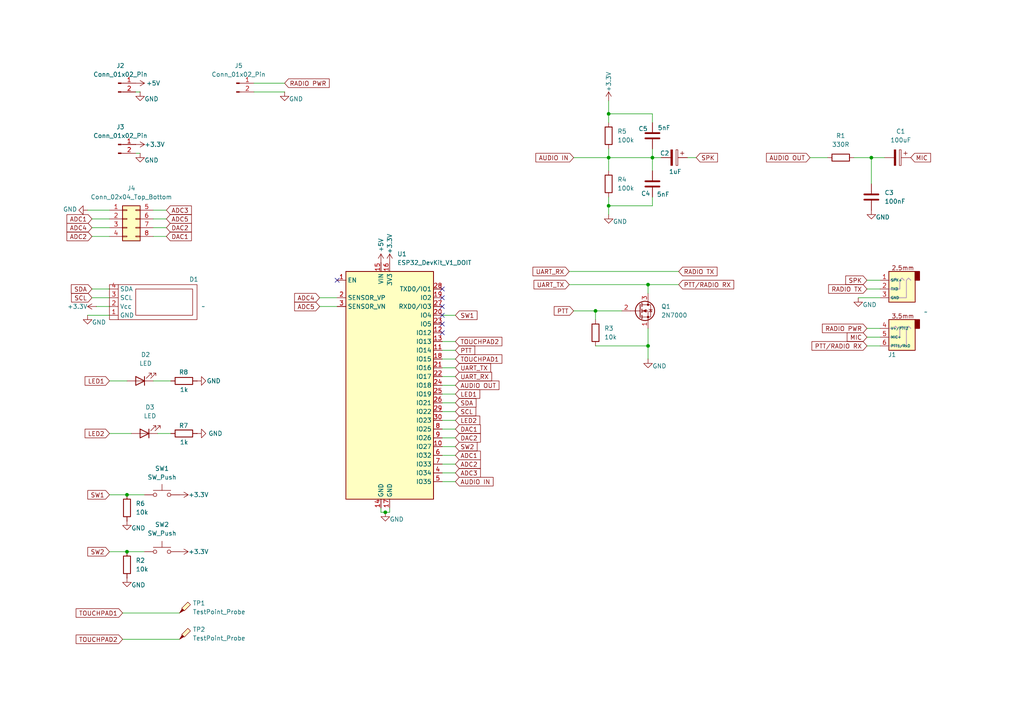
<source format=kicad_sch>
(kicad_sch (version 20231120) (generator "eeschema") (generator_version "8.0")
  (paper "A4")
  (lib_symbols
    (symbol "Connector:Conn_01x02_Pin" (pin_names (offset 1.016) hide)
      (property "Reference" "J" (at 0 2.54 0))
      (property "Value" "Conn_01x02_Pin" (at 0 -5.08 0))
      (symbol "Conn_01x02_Pin_1_1"
        (polyline (pts (xy 1.27 -2.54) (xy 0.8636 -2.54)) (stroke (width 0.1524)))
        (polyline (pts (xy 1.27 0) (xy 0.8636 0)) (stroke (width 0.1524)))
        (rectangle (start 0.8636 -2.413) (end 0 -2.667) (stroke (width 0.1524)) (fill (type outline)))
        (rectangle (start 0.8636 0.127) (end 0 -0.127) (stroke (width 0.1524)) (fill (type outline)))
        (pin passive line (at 5.08 0 180) (length 3.81) (name "Pin_1") (number "1"))
        (pin passive line (at 5.08 -2.54 180) (length 3.81) (name "Pin_2") (number "2"))
      )
    )
    (symbol "Connector:TestPoint_Probe" (pin_numbers hide) (pin_names (offset 0.762) hide)
      (property "Reference" "TP" (at 1.651 5.842 0))
      (property "Value" "TestPoint_Probe" (at 1.651 4.064 0))
      (symbol "TestPoint_Probe_0_1"
        (polyline (pts (xy 1.27 0.762) (xy 0 0) (xy 0.762 1.27) (xy 1.27 0.762)) (fill (type outline)))
        (polyline (pts (xy 1.397 0.635) (xy 0.635 1.397) (xy 2.413 3.175) (xy 3.175 2.413) (xy 1.397 0.635)) (fill (type background)))
      )
      (symbol "TestPoint_Probe_1_1"
        (pin passive line (at 0 0 90) (length 0) (name "1") (number "1"))
      )
    )
    (symbol "Connector_Generic:Conn_02x04_Top_Bottom" (pin_names (offset 1.016) hide)
      (property "Reference" "J" (at 1.27 5.08 0))
      (property "Value" "Conn_02x04_Top_Bottom" (at 1.27 -7.62 0))
      (symbol "Conn_02x04_Top_Bottom_1_1"
        (rectangle (start -1.27 -4.953) (end 0 -5.207) (stroke (width 0.1524)))
        (rectangle (start -1.27 -2.413) (end 0 -2.667) (stroke (width 0.1524)))
        (rectangle (start -1.27 0.127) (end 0 -0.127) (stroke (width 0.1524)))
        (rectangle (start -1.27 2.667) (end 0 2.413) (stroke (width 0.1524)))
        (rectangle (start -1.27 3.81) (end 3.81 -6.35) (stroke (width 0.254)) (fill (type background)))
        (rectangle (start 3.81 -4.953) (end 2.54 -5.207) (stroke (width 0.1524)))
        (rectangle (start 3.81 -2.413) (end 2.54 -2.667) (stroke (width 0.1524)))
        (rectangle (start 3.81 0.127) (end 2.54 -0.127) (stroke (width 0.1524)))
        (rectangle (start 3.81 2.667) (end 2.54 2.413) (stroke (width 0.1524)))
        (pin passive line (at -5.08 2.54 0) (length 3.81) (name "Pin_1") (number "1"))
        (pin passive line (at -5.08 0 0) (length 3.81) (name "Pin_2") (number "2"))
        (pin passive line (at -5.08 -2.54 0) (length 3.81) (name "Pin_3") (number "3"))
        (pin passive line (at -5.08 -5.08 0) (length 3.81) (name "Pin_4") (number "4"))
        (pin passive line (at 7.62 2.54 180) (length 3.81) (name "Pin_5") (number "5"))
        (pin passive line (at 7.62 0 180) (length 3.81) (name "Pin_6") (number "6"))
        (pin passive line (at 7.62 -2.54 180) (length 3.81) (name "Pin_7") (number "7"))
        (pin passive line (at 7.62 -5.08 180) (length 3.81) (name "Pin_8") (number "8"))
      )
    )
    (symbol "Device:C" (pin_numbers hide) (pin_names (offset 0.254))
      (property "Reference" "C" (at 0.635 2.54 0))
      (property "Value" "C" (at 0.635 -2.54 0))
      (symbol "C_0_1"
        (polyline (pts (xy -2.032 -0.762) (xy 2.032 -0.762)) (stroke (width 0.508)))
        (polyline (pts (xy -2.032 0.762) (xy 2.032 0.762)) (stroke (width 0.508)))
      )
      (symbol "C_1_1"
        (pin passive line (at 0 3.81 270) (length 2.794) (name "~") (number "1"))
        (pin passive line (at 0 -3.81 90) (length 2.794) (name "~") (number "2"))
      )
    )
    (symbol "Device:C_Polarized" (pin_numbers hide) (pin_names (offset 0.254))
      (property "Reference" "C" (at 0.635 2.54 0))
      (property "Value" "C_Polarized" (at 0.635 -2.54 0))
      (symbol "C_Polarized_0_1"
        (rectangle (start -2.286 0.508) (end 2.286 1.016))
        (polyline (pts (xy -1.778 2.286) (xy -0.762 2.286)))
        (polyline (pts (xy -1.27 2.794) (xy -1.27 1.778)))
        (rectangle (start 2.286 -0.508) (end -2.286 -1.016) (fill (type outline)))
      )
      (symbol "C_Polarized_1_1"
        (pin passive line (at 0 3.81 270) (length 2.794) (name "~") (number "1"))
        (pin passive line (at 0 -3.81 90) (length 2.794) (name "~") (number "2"))
      )
    )
    (symbol "Device:LED" (pin_numbers hide) (pin_names (offset 1.016) hide)
      (property "Reference" "D" (at 0 2.54 0))
      (property "Value" "LED" (at 0 -2.54 0))
      (symbol "LED_0_1"
        (polyline (pts (xy -1.27 -1.27) (xy -1.27 1.27)) (stroke (width 0.254)))
        (polyline (pts (xy -1.27 0) (xy 1.27 0)))
        (polyline (pts (xy 1.27 -1.27) (xy 1.27 1.27) (xy -1.27 0) (xy 1.27 -1.27)) (stroke (width 0.254)))
        (polyline (pts (xy -3.048 -0.762) (xy -4.572 -2.286) (xy -3.81 -2.286) (xy -4.572 -2.286) (xy -4.572 -1.524)))
        (polyline (pts (xy -1.778 -0.762) (xy -3.302 -2.286) (xy -2.54 -2.286) (xy -3.302 -2.286) (xy -3.302 -1.524)))
      )
      (symbol "LED_1_1"
        (pin passive line (at -3.81 0 0) (length 2.54) (name "K") (number "1"))
        (pin passive line (at 3.81 0 180) (length 2.54) (name "A") (number "2"))
      )
    )
    (symbol "Device:R" (pin_numbers hide) (pin_names (offset 0))
      (property "Reference" "R" (at 2.032 0 90))
      (property "Value" "R" (at 0 0 90))
      (symbol "R_0_1"
        (rectangle (start -1.016 -2.54) (end 1.016 2.54) (stroke (width 0.254)))
      )
      (symbol "R_1_1"
        (pin passive line (at 0 3.81 270) (length 1.27) (name "~") (number "1"))
        (pin passive line (at 0 -3.81 90) (length 1.27) (name "~") (number "2"))
      )
    )
    (symbol "Display_Graphic:OLED-0.91-128x32"
      (property "Reference" "D" (at 9.652 4.826 0))
      (symbol "OLED-0.91-128x32_0_1"
        (rectangle (start -13.97 3.81) (end 11.43 -6.35))
        (rectangle (start -12.7 2.54) (end 3.81 -5.08))
        (polyline (pts (xy 8.89 -3.81) (xy 8.89 -6.35)))
        (polyline (pts (xy 8.89 3.81) (xy 8.89 -3.81)))
      )
      (symbol "OLED-0.91-128x32_1_1"
        (pin power_in line (at 11.43 2.54 180) (length 2.54) (name "GND") (number "1"))
        (pin power_in line (at 11.43 0 180) (length 2.54) (name "Vcc") (number "2"))
        (pin bidirectional line (at 11.43 -2.54 180) (length 2.54) (name "SCL") (number "3"))
        (pin bidirectional line (at 11.43 -5.08 180) (length 2.54) (name "SDA") (number "4"))
      )
    )
    (symbol "Esp32-devkit-doit:ESP32_DevKit_V1_DOIT"
      (property "Reference" "U" (at -11.43 34.29 0))
      (property "Value" "ESP32_DevKit_V1_DOIT" (at 11.43 34.29 0))
      (symbol "ESP32_DevKit_V1_DOIT_1_1"
        (rectangle (start -12.7 33.02) (end 12.7 -33.02) (stroke (width 0.254)) (fill (type background)))
        (pin input line (at -15.24 30.48 0) (length 2.54) (name "EN") (number "1"))
        (pin bidirectional line (at 15.24 -17.78 180) (length 2.54) (name "IO27") (number "10"))
        (pin bidirectional line (at 15.24 10.16 180) (length 2.54) (name "IO14") (number "11"))
        (pin bidirectional line (at 15.24 15.24 180) (length 2.54) (name "IO12") (number "12"))
        (pin bidirectional line (at 15.24 12.7 180) (length 2.54) (name "IO13") (number "13"))
        (pin power_in line (at -2.54 -35.56 90) (length 2.54) (name "GND") (number "14"))
        (pin power_in line (at -2.54 35.56 270) (length 2.54) (name "VIN") (number "15"))
        (pin power_in line (at 0 35.56 270) (length 2.54) (name "3V3") (number "16"))
        (pin power_in line (at 0 -35.56 90) (length 2.54) (name "GND") (number "17"))
        (pin bidirectional line (at 15.24 7.62 180) (length 2.54) (name "IO15") (number "18"))
        (pin bidirectional line (at 15.24 25.4 180) (length 2.54) (name "IO2") (number "19"))
        (pin input line (at -15.24 25.4 0) (length 2.54) (name "SENSOR_VP") (number "2"))
        (pin bidirectional line (at 15.24 20.32 180) (length 2.54) (name "IO4") (number "20"))
        (pin bidirectional line (at 15.24 5.08 180) (length 2.54) (name "IO16") (number "21"))
        (pin bidirectional line (at 15.24 2.54 180) (length 2.54) (name "IO17") (number "22"))
        (pin bidirectional line (at 15.24 17.78 180) (length 2.54) (name "IO5") (number "23"))
        (pin bidirectional line (at 15.24 0 180) (length 2.54) (name "IO18") (number "24"))
        (pin bidirectional line (at 15.24 -2.54 180) (length 2.54) (name "IO19") (number "25"))
        (pin bidirectional line (at 15.24 -5.08 180) (length 2.54) (name "IO21") (number "26"))
        (pin bidirectional line (at 15.24 22.86 180) (length 2.54) (name "RXD0/IO3") (number "27"))
        (pin bidirectional line (at 15.24 27.94 180) (length 2.54) (name "TXD0/IO1") (number "28"))
        (pin bidirectional line (at 15.24 -7.62 180) (length 2.54) (name "IO22") (number "29"))
        (pin input line (at -15.24 22.86 0) (length 2.54) (name "SENSOR_VN") (number "3"))
        (pin bidirectional line (at 15.24 -10.16 180) (length 2.54) (name "IO23") (number "30"))
        (pin input line (at 15.24 -25.4 180) (length 2.54) (name "IO34") (number "4"))
        (pin input line (at 15.24 -27.94 180) (length 2.54) (name "IO35") (number "5"))
        (pin bidirectional line (at 15.24 -20.32 180) (length 2.54) (name "IO32") (number "6"))
        (pin bidirectional line (at 15.24 -22.86 180) (length 2.54) (name "IO33") (number "7"))
        (pin bidirectional line (at 15.24 -12.7 180) (length 2.54) (name "IO25") (number "8"))
        (pin bidirectional line (at 15.24 -15.24 180) (length 2.54) (name "IO26") (number "9"))
      )
    )
    (symbol "Radio Components:Rig_Audio_Connector"
      (property "Reference" "J" (at 0.508 -12.7 0))
      (symbol "Rig_Audio_Connector_0_1"
        (rectangle (start 0 -2.54) (end 7.62 -11.43) (stroke (width 0.254)) (fill (type background)))
        (polyline (pts (xy 2.54 -5.08) (xy 1.905 -4.445) (xy 1.27 -5.08) (xy 0 -5.08)) (stroke (width 0.254) (color 184 153 191 1)))
        (polyline (pts (xy 2.54 8.89) (xy 1.905 9.525) (xy 1.27 8.89) (xy 0 8.89)) (stroke (width 0.254) (color 184 153 191 1)))
        (polyline (pts (xy 0 -10.16) (xy 5.08 -10.16) (xy 5.08 -5.08) (xy 5.715 -4.445) (xy 6.35 -5.08)) (stroke (width 0.254) (color 184 153 191 1)))
        (polyline (pts (xy 4.445 -5.08) (xy 3.81 -4.445) (xy 3.175 -5.08) (xy 3.175 -7.62) (xy 0 -7.62)) (stroke (width 0.254) (color 184 153 191 1)))
        (rectangle (start 0 11.43) (end 7.62 2.54) (stroke (width 0.254)) (fill (type background)))
        (rectangle (start 7.62 -2.54) (end 8.89 -5.08) (stroke (width 0.254)) (fill (type outline)))
        (rectangle (start 7.62 11.43) (end 8.89 8.89) (stroke (width 0.254)) (fill (type outline)))
      )
      (symbol "Rig_Audio_Connector_1_1"
        (polyline (pts (xy 0 3.81) (xy 5.08 3.81) (xy 5.08 8.89) (xy 5.715 9.525) (xy 6.35 8.89)) (stroke (width 0.254) (color 184 153 191 1)))
        (polyline (pts (xy 4.445 8.89) (xy 3.81 9.525) (xy 3.175 8.89) (xy 3.175 6.35) (xy 0 6.35)) (stroke (width 0.254) (color 184 153 191 1)))
        (text "2.5mm" (at 4.064 12.446 0) (effects (font (size 1.27 1.27))))
        (text "3.5mm\n" (at 4.064 -1.524 0) (effects (font (size 1.27 1.27))))
        (pin passive line (at -2.54 8.89 0) (length 2.54) (name "SPK+") (number "1"))
        (pin passive line (at -2.54 6.35 0) (length 2.54) (name "TXD") (number "2"))
        (pin passive line (at -2.54 3.81 0) (length 2.54) (name "GND") (number "3"))
        (pin passive line (at -2.54 -5.08 0) (length 2.54) (name "V+/PTT2") (number "4"))
        (pin passive line (at -2.54 -7.62 0) (length 2.54) (name "MIC+") (number "5"))
        (pin passive line (at -2.54 -10.16 0) (length 2.54) (name "PTT1/RxD") (number "6"))
      )
    )
    (symbol "Switch:SW_Push" (pin_numbers hide) (pin_names (offset 1.016) hide)
      (property "Reference" "SW" (at 1.27 2.54 0))
      (property "Value" "SW_Push" (at 0 -1.524 0))
      (symbol "SW_Push_0_1"
        (circle (center -2.032 0) (radius 0.508))
        (polyline (pts (xy 0 1.27) (xy 0 3.048)))
        (polyline (pts (xy 2.54 1.27) (xy -2.54 1.27)))
        (circle (center 2.032 0) (radius 0.508))
        (pin passive line (at -5.08 0 0) (length 2.54) (name "1") (number "1"))
        (pin passive line (at 5.08 0 180) (length 2.54) (name "2") (number "2"))
      )
    )
    (symbol "Transistor_FET:2N7000" (pin_names hide)
      (property "Reference" "Q" (at 5.08 1.905 0))
      (property "Value" "2N7000" (at 5.08 0 0))
      (symbol "2N7000_0_1"
        (polyline (pts (xy 0.254 0) (xy -2.54 0)))
        (polyline (pts (xy 0.254 1.905) (xy 0.254 -1.905)) (stroke (width 0.254)))
        (polyline (pts (xy 0.762 -1.27) (xy 0.762 -2.286)) (stroke (width 0.254)))
        (polyline (pts (xy 0.762 0.508) (xy 0.762 -0.508)) (stroke (width 0.254)))
        (polyline (pts (xy 0.762 2.286) (xy 0.762 1.27)) (stroke (width 0.254)))
        (polyline (pts (xy 2.54 2.54) (xy 2.54 1.778)))
        (polyline (pts (xy 2.54 -2.54) (xy 2.54 0) (xy 0.762 0)))
        (polyline (pts (xy 0.762 -1.778) (xy 3.302 -1.778) (xy 3.302 1.778) (xy 0.762 1.778)))
        (polyline (pts (xy 1.016 0) (xy 2.032 0.381) (xy 2.032 -0.381) (xy 1.016 0)) (fill (type outline)))
        (polyline (pts (xy 2.794 0.508) (xy 2.921 0.381) (xy 3.683 0.381) (xy 3.81 0.254)))
        (polyline (pts (xy 3.302 0.381) (xy 2.921 -0.254) (xy 3.683 -0.254) (xy 3.302 0.381)))
        (circle (center 1.651 0) (radius 2.794) (stroke (width 0.254)))
        (circle (center 2.54 -1.778) (radius 0.254) (fill (type outline)))
        (circle (center 2.54 1.778) (radius 0.254) (fill (type outline)))
      )
      (symbol "2N7000_1_1"
        (pin passive line (at 2.54 -5.08 90) (length 2.54) (name "S") (number "1"))
        (pin input line (at -5.08 0 0) (length 2.54) (name "G") (number "2"))
        (pin passive line (at 2.54 5.08 270) (length 2.54) (name "D") (number "3"))
      )
    )
    (symbol "power:+3.3V" (power) (pin_numbers hide) (pin_names (offset 0) hide)
      (property "Value" "+3.3V" (at 0 3.556 0))
      (symbol "+3.3V_0_1"
        (polyline (pts (xy -0.762 1.27) (xy 0 2.54)))
        (polyline (pts (xy 0 0) (xy 0 2.54)))
        (polyline (pts (xy 0 2.54) (xy 0.762 1.27)))
      )
      (symbol "+3.3V_1_1"
        (pin power_in line (at 0 0 90) (length 0) (name "~") (number "1"))
      )
    )
    (symbol "power:+5V" (power) (pin_numbers hide) (pin_names (offset 0) hide)
      (property "Value" "+5V" (at 0 3.556 0))
      (symbol "+5V_0_1"
        (polyline (pts (xy -0.762 1.27) (xy 0 2.54)))
        (polyline (pts (xy 0 0) (xy 0 2.54)))
        (polyline (pts (xy 0 2.54) (xy 0.762 1.27)))
      )
      (symbol "+5V_1_1"
        (pin power_in line (at 0 0 90) (length 0) (name "~") (number "1"))
      )
    )
    (symbol "power:GND" (power) (pin_numbers hide) (pin_names (offset 0) hide)
      (property "Value" "GND" (at 0 -3.81 0))
      (symbol "GND_0_1"
        (polyline (pts (xy 0 0) (xy 0 -1.27) (xy 1.27 -1.27) (xy 0 -2.54) (xy -1.27 -1.27) (xy 0 -1.27)))
      )
      (symbol "GND_1_1"
        (pin power_in line (at 0 0 270) (length 0) (name "~") (number "1"))
      )
    )
  )
  (junction (at 176.53 33.02))
  (junction (at 187.96 82.55))
  (junction (at 189.23 45.72))
  (junction (at 187.96 100.33))
  (junction (at 36.83 143.51))
  (junction (at 252.73 45.72))
  (junction (at 111.76 148.59))
  (junction (at 36.83 160.02))
  (junction (at 176.53 45.72))
  (junction (at 172.72 90.17))
  (junction (at 176.53 59.69))
  (no_connect (at 97.79 81.28))
  (no_connect (at 128.27 93.98))
  (no_connect (at 128.27 83.82))
  (no_connect (at 128.27 96.52))
  (no_connect (at 128.27 88.9))
  (no_connect (at 128.27 91.44))
  (no_connect (at 128.27 86.36))
  (wire (pts (xy 41.91 143.51) (xy 36.83 143.51)))
  (wire (pts (xy 128.27 99.06) (xy 132.08 99.06)))
  (wire (pts (xy 128.27 137.16) (xy 132.08 137.16)))
  (wire (pts (xy 251.46 81.28) (xy 255.27 81.28)))
  (wire (pts (xy 44.45 60.96) (xy 48.26 60.96)))
  (wire (pts (xy 27.94 88.9) (xy 31.75 88.9)))
  (wire (pts (xy 110.49 147.32) (xy 110.49 148.59)))
  (wire (pts (xy 73.66 24.13) (xy 82.55 24.13)))
  (wire (pts (xy 39.37 26.67) (xy 40.64 26.67)))
  (wire (pts (xy 92.71 88.9) (xy 97.79 88.9)))
  (wire (pts (xy 48.26 66.04) (xy 44.45 66.04)))
  (wire (pts (xy 128.27 129.54) (xy 132.08 129.54)))
  (wire (pts (xy 128.27 114.3) (xy 132.08 114.3)))
  (wire (pts (xy 31.75 125.73) (xy 38.1 125.73)))
  (wire (pts (xy 176.53 45.72) (xy 189.23 45.72)))
  (wire (pts (xy 26.67 66.04) (xy 31.75 66.04)))
  (wire (pts (xy 92.71 86.36) (xy 97.79 86.36)))
  (wire (pts (xy 128.27 116.84) (xy 132.08 116.84)))
  (wire (pts (xy 128.27 132.08) (xy 132.08 132.08)))
  (wire (pts (xy 166.37 45.72) (xy 176.53 45.72)))
  (wire (pts (xy 26.67 83.82) (xy 31.75 83.82)))
  (wire (pts (xy 251.46 97.79) (xy 255.27 97.79)))
  (wire (pts (xy 187.96 82.55) (xy 187.96 85.09)))
  (wire (pts (xy 251.46 95.25) (xy 255.27 95.25)))
  (wire (pts (xy 44.45 110.49) (xy 49.53 110.49)))
  (wire (pts (xy 39.37 44.45) (xy 40.64 44.45)))
  (wire (pts (xy 113.03 147.32) (xy 113.03 148.59)))
  (wire (pts (xy 252.73 45.72) (xy 252.73 53.34)))
  (wire (pts (xy 128.27 109.22) (xy 132.08 109.22)))
  (wire (pts (xy 25.4 91.44) (xy 31.75 91.44)))
  (wire (pts (xy 252.73 45.72) (xy 256.54 45.72)))
  (wire (pts (xy 113.03 148.59) (xy 111.76 148.59)))
  (wire (pts (xy 176.53 43.18) (xy 176.53 45.72)))
  (wire (pts (xy 128.27 104.14) (xy 132.08 104.14)))
  (wire (pts (xy 35.56 177.8) (xy 52.07 177.8)))
  (wire (pts (xy 172.72 90.17) (xy 172.72 92.71)))
  (wire (pts (xy 189.23 35.56) (xy 189.23 33.02)))
  (wire (pts (xy 187.96 104.14) (xy 187.96 100.33)))
  (wire (pts (xy 176.53 45.72) (xy 176.53 49.53)))
  (wire (pts (xy 247.65 45.72) (xy 252.73 45.72)))
  (wire (pts (xy 45.72 125.73) (xy 49.53 125.73)))
  (wire (pts (xy 128.27 91.44) (xy 132.08 91.44)))
  (wire (pts (xy 189.23 45.72) (xy 191.77 45.72)))
  (wire (pts (xy 176.53 35.56) (xy 176.53 33.02)))
  (wire (pts (xy 176.53 57.15) (xy 176.53 59.69)))
  (wire (pts (xy 165.1 78.74) (xy 196.85 78.74)))
  (wire (pts (xy 234.95 45.72) (xy 240.03 45.72)))
  (wire (pts (xy 128.27 124.46) (xy 132.08 124.46)))
  (wire (pts (xy 128.27 111.76) (xy 132.08 111.76)))
  (wire (pts (xy 36.83 143.51) (xy 31.75 143.51)))
  (wire (pts (xy 128.27 127) (xy 132.08 127)))
  (wire (pts (xy 44.45 63.5) (xy 48.26 63.5)))
  (wire (pts (xy 187.96 82.55) (xy 196.85 82.55)))
  (wire (pts (xy 128.27 121.92) (xy 132.08 121.92)))
  (wire (pts (xy 166.37 90.17) (xy 172.72 90.17)))
  (wire (pts (xy 176.53 59.69) (xy 176.53 62.23)))
  (wire (pts (xy 165.1 82.55) (xy 187.96 82.55)))
  (wire (pts (xy 251.46 100.33) (xy 255.27 100.33)))
  (wire (pts (xy 110.49 148.59) (xy 111.76 148.59)))
  (wire (pts (xy 36.83 160.02) (xy 31.75 160.02)))
  (wire (pts (xy 41.91 160.02) (xy 36.83 160.02)))
  (wire (pts (xy 199.39 45.72) (xy 201.93 45.72)))
  (wire (pts (xy 187.96 100.33) (xy 187.96 95.25)))
  (wire (pts (xy 25.4 60.96) (xy 31.75 60.96)))
  (wire (pts (xy 26.67 68.58) (xy 31.75 68.58)))
  (wire (pts (xy 176.53 29.21) (xy 176.53 33.02)))
  (wire (pts (xy 248.92 86.36) (xy 255.27 86.36)))
  (wire (pts (xy 26.67 63.5) (xy 31.75 63.5)))
  (wire (pts (xy 189.23 33.02) (xy 176.53 33.02)))
  (wire (pts (xy 73.66 26.67) (xy 82.55 26.67)))
  (wire (pts (xy 31.75 110.49) (xy 36.83 110.49)))
  (wire (pts (xy 189.23 43.18) (xy 189.23 45.72)))
  (wire (pts (xy 176.53 59.69) (xy 189.23 59.69)))
  (wire (pts (xy 26.67 86.36) (xy 31.75 86.36)))
  (wire (pts (xy 35.56 185.42) (xy 52.07 185.42)))
  (wire (pts (xy 48.26 68.58) (xy 44.45 68.58)))
  (wire (pts (xy 172.72 90.17) (xy 180.34 90.17)))
  (wire (pts (xy 128.27 134.62) (xy 132.08 134.62)))
  (wire (pts (xy 189.23 45.72) (xy 189.23 49.53)))
  (wire (pts (xy 251.46 83.82) (xy 255.27 83.82)))
  (wire (pts (xy 128.27 119.38) (xy 132.08 119.38)))
  (wire (pts (xy 189.23 59.69) (xy 189.23 57.15)))
  (wire (pts (xy 132.08 139.7) (xy 128.27 139.7)))
  (wire (pts (xy 128.27 106.68) (xy 132.08 106.68)))
  (wire (pts (xy 172.72 100.33) (xy 187.96 100.33)))
  (wire (pts (xy 132.08 101.6) (xy 128.27 101.6)))
  (global_label "ADC4" (shape input) (at 26.67 66.04 180) (property "Intersheetrefs" "${INTERSHEET_REFS}" (effects (hide yes))))
  (global_label "TOUCHPAD2" (shape input) (at 132.08 99.06 0) (property "Intersheetrefs" "${INTERSHEET_REFS}" (effects (hide yes))))
  (global_label "UART_TX" (shape input) (at 132.08 106.68 0) (property "Intersheetrefs" "${INTERSHEET_REFS}" (effects (hide yes))))
  (global_label "UART_RX" (shape input) (at 165.1 78.74 180) (property "Intersheetrefs" "${INTERSHEET_REFS}" (effects (hide yes))))
  (global_label "SPK" (shape input) (at 201.93 45.72 0) (property "Intersheetrefs" "${INTERSHEET_REFS}" (effects (hide yes))))
  (global_label "RADIO PWR" (shape input) (at 251.46 95.25 180) (property "Intersheetrefs" "${INTERSHEET_REFS}" (effects (hide yes))))
  (global_label "DAC2" (shape input) (at 132.08 127 0) (property "Intersheetrefs" "${INTERSHEET_REFS}" (effects (hide yes))))
  (global_label "ADC5" (shape input) (at 92.71 88.9 180) (property "Intersheetrefs" "${INTERSHEET_REFS}" (effects (hide yes))))
  (global_label "SDA" (shape input) (at 132.08 116.84 0) (property "Intersheetrefs" "${INTERSHEET_REFS}" (effects (hide yes))))
  (global_label "DAC1" (shape input) (at 48.26 68.58 0) (property "Intersheetrefs" "${INTERSHEET_REFS}" (effects (hide yes))))
  (global_label "ADC1" (shape input) (at 132.08 132.08 0) (property "Intersheetrefs" "${INTERSHEET_REFS}" (effects (hide yes))))
  (global_label "TOUCHPAD2" (shape input) (at 35.56 185.42 180) (property "Intersheetrefs" "${INTERSHEET_REFS}" (effects (hide yes))))
  (global_label "AUDIO IN" (shape input) (at 132.08 139.7 0) (property "Intersheetrefs" "${INTERSHEET_REFS}" (effects (hide yes))))
  (global_label "UART_TX" (shape input) (at 165.1 82.55 180) (property "Intersheetrefs" "${INTERSHEET_REFS}" (effects (hide yes))))
  (global_label "ADC3" (shape input) (at 132.08 137.16 0) (property "Intersheetrefs" "${INTERSHEET_REFS}" (effects (hide yes))))
  (global_label "ADC5" (shape input) (at 48.26 63.5 0) (property "Intersheetrefs" "${INTERSHEET_REFS}" (effects (hide yes))))
  (global_label "SCL" (shape input) (at 26.67 86.36 180) (property "Intersheetrefs" "${INTERSHEET_REFS}" (effects (hide yes))))
  (global_label "LED1" (shape input) (at 132.08 114.3 0) (property "Intersheetrefs" "${INTERSHEET_REFS}" (effects (hide yes))))
  (global_label "DAC1" (shape input) (at 132.08 124.46 0) (property "Intersheetrefs" "${INTERSHEET_REFS}" (effects (hide yes))))
  (global_label "DAC2" (shape input) (at 48.26 66.04 0) (property "Intersheetrefs" "${INTERSHEET_REFS}" (effects (hide yes))))
  (global_label "SW2" (shape input) (at 132.08 129.54 0) (property "Intersheetrefs" "${INTERSHEET_REFS}" (effects (hide yes))))
  (global_label "ADC2" (shape input) (at 26.67 68.58 180) (property "Intersheetrefs" "${INTERSHEET_REFS}" (effects (hide yes))))
  (global_label "MIC" (shape input) (at 264.16 45.72 0) (property "Intersheetrefs" "${INTERSHEET_REFS}" (effects (hide yes))))
  (global_label "PTT" (shape input) (at 166.37 90.17 180) (property "Intersheetrefs" "${INTERSHEET_REFS}" (effects (hide yes))))
  (global_label "AUDIO OUT" (shape input) (at 132.08 111.76 0) (property "Intersheetrefs" "${INTERSHEET_REFS}" (effects (hide yes))))
  (global_label "PTT{slash}RADIO RX" (shape input) (at 196.85 82.55 0) (property "Intersheetrefs" "${INTERSHEET_REFS}" (effects (hide yes))))
  (global_label "RADIO PWR" (shape input) (at 82.55 24.13 0) (property "Intersheetrefs" "${INTERSHEET_REFS}" (effects (hide yes))))
  (global_label "PTT" (shape input) (at 132.08 101.6 0) (property "Intersheetrefs" "${INTERSHEET_REFS}" (effects (hide yes))))
  (global_label "SW2" (shape input) (at 31.75 160.02 180) (property "Intersheetrefs" "${INTERSHEET_REFS}" (effects (hide yes))))
  (global_label "SCL" (shape input) (at 132.08 119.38 0) (property "Intersheetrefs" "${INTERSHEET_REFS}" (effects (hide yes))))
  (global_label "SPK" (shape input) (at 251.46 81.28 180) (property "Intersheetrefs" "${INTERSHEET_REFS}" (effects (hide yes))))
  (global_label "TOUCHPAD1" (shape input) (at 35.56 177.8 180) (property "Intersheetrefs" "${INTERSHEET_REFS}" (effects (hide yes))))
  (global_label "SW1" (shape input) (at 31.75 143.51 180) (property "Intersheetrefs" "${INTERSHEET_REFS}" (effects (hide yes))))
  (global_label "AUDIO IN" (shape input) (at 166.37 45.72 180) (property "Intersheetrefs" "${INTERSHEET_REFS}" (effects (hide yes))))
  (global_label "SW1" (shape input) (at 132.08 91.44 0) (property "Intersheetrefs" "${INTERSHEET_REFS}" (effects (hide yes))))
  (global_label "SDA" (shape input) (at 26.67 83.82 180) (property "Intersheetrefs" "${INTERSHEET_REFS}" (effects (hide yes))))
  (global_label "MIC" (shape input) (at 251.46 97.79 180) (property "Intersheetrefs" "${INTERSHEET_REFS}" (effects (hide yes))))
  (global_label "UART_RX" (shape input) (at 132.08 109.22 0) (property "Intersheetrefs" "${INTERSHEET_REFS}" (effects (hide yes))))
  (global_label "LED2" (shape input) (at 132.08 121.92 0) (property "Intersheetrefs" "${INTERSHEET_REFS}" (effects (hide yes))))
  (global_label "ADC1" (shape input) (at 26.67 63.5 180) (property "Intersheetrefs" "${INTERSHEET_REFS}" (effects (hide yes))))
  (global_label "TOUCHPAD1" (shape input) (at 132.08 104.14 0) (property "Intersheetrefs" "${INTERSHEET_REFS}" (effects (hide yes))))
  (global_label "PTT{slash}RADIO RX" (shape input) (at 251.46 100.33 180) (property "Intersheetrefs" "${INTERSHEET_REFS}" (effects (hide yes))))
  (global_label "ADC3" (shape input) (at 48.26 60.96 0) (property "Intersheetrefs" "${INTERSHEET_REFS}" (effects (hide yes))))
  (global_label "RADIO TX" (shape input) (at 196.85 78.74 0) (property "Intersheetrefs" "${INTERSHEET_REFS}" (effects (hide yes))))
  (global_label "LED2" (shape input) (at 31.75 125.73 180) (property "Intersheetrefs" "${INTERSHEET_REFS}" (effects (hide yes))))
  (global_label "ADC2" (shape input) (at 132.08 134.62 0) (property "Intersheetrefs" "${INTERSHEET_REFS}" (effects (hide yes))))
  (global_label "AUDIO OUT" (shape input) (at 234.95 45.72 180) (property "Intersheetrefs" "${INTERSHEET_REFS}" (effects (hide yes))))
  (global_label "LED1" (shape input) (at 31.75 110.49 180) (property "Intersheetrefs" "${INTERSHEET_REFS}" (effects (hide yes))))
  (global_label "ADC4" (shape input) (at 92.71 86.36 180) (property "Intersheetrefs" "${INTERSHEET_REFS}" (effects (hide yes))))
  (global_label "RADIO TX" (shape input) (at 251.46 83.82 180) (property "Intersheetrefs" "${INTERSHEET_REFS}" (effects (hide yes))))
  (symbol (lib_id "power:GND") (at 111.76 148.59 0) (unit 1)
    (property "Reference" "#PWR04" (effects (hide yes)))
    (property "Value" "GND" (at 115.062 150.622 0))
    (property "Description" "Power symbol creates a global label with name \"GND\" , ground" (effects (hide yes)))
  )
  (symbol (lib_id "power:GND") (at 252.73 60.96 0) (unit 1)
    (property "Reference" "#PWR018" (effects (hide yes)))
    (property "Value" "GND" (at 256.032 62.992 0))
    (property "Description" "Power symbol creates a global label with name \"GND\" , ground" (effects (hide yes)))
  )
  (symbol (lib_id "Transistor_FET:2N7000") (at 185.42 90.17 0) (unit 1)
    (property "Reference" "Q1" (at 191.77 88.8999 0) (effects (justify left)))
    (property "Value" "2N7000" (at 191.77 91.4399 0) (effects (justify left)))
    (property "Footprint" "Package_TO_SOT_THT:TO-92_Inline" (effects (hide yes)))
    (property "Datasheet" "https://www.vishay.com/docs/70226/70226.pdf" (effects (hide yes)))
    (property "Description" "0.2A Id, 200V Vds, N-Channel MOSFET, 2.6V Logic Level, TO-92" (effects (hide yes)))
  )
  (symbol (lib_id "Radio Components:Rig_Audio_Connector") (at 257.81 90.17 0) (unit 1)
    (property "Reference" "J1" (at 257.556 102.87 0) (effects (justify left)))
    (property "Value" "~" (at 267.97 90.4847 0) (effects (justify left)))
    (property "Footprint" "Radio Connectors:Rig Audio Connector" (effects (hide yes)))
  )
  (symbol (lib_id "Switch:SW_Push") (at 46.99 143.51 0) (unit 1)
    (property "Reference" "SW1" (at 46.99 135.89 0))
    (property "Value" "SW_Push" (at 46.99 138.43 0))
    (property "Footprint" "Button_Switch_THT:SW_PUSH_6mm_H4.3mm" (effects (hide yes)))
    (property "Description" "Push button switch, generic, two pins" (effects (hide yes)))
  )
  (symbol (lib_id "power:GND") (at 36.83 151.13 0) (unit 1)
    (property "Reference" "#PWR015" (effects (hide yes)))
    (property "Value" "GND" (at 40.132 153.162 0))
    (property "Description" "Power symbol creates a global label with name \"GND\" , ground" (effects (hide yes)))
  )
  (symbol (lib_id "Device:LED") (at 40.64 110.49 180) (unit 1)
    (property "Reference" "D2" (at 42.2275 102.87 0))
    (property "Value" "LED" (at 42.2275 105.41 0))
    (property "Footprint" "LED_THT:LED_D3.0mm" (effects (hide yes)))
    (property "Description" "Light emitting diode" (effects (hide yes)))
  )
  (symbol (lib_id "Device:R") (at 243.84 45.72 90) (unit 1)
    (property "Reference" "R1" (at 243.84 39.37 90))
    (property "Value" "330R" (at 243.84 41.91 90))
    (property "Footprint" "Resistor_THT:R_Axial_DIN0309_L9.0mm_D3.2mm_P12.70mm_Horizontal" (effects (hide yes)))
    (property "Description" "Resistor" (effects (hide yes)))
  )
  (symbol (lib_id "Connector:Conn_01x02_Pin") (at 68.58 24.13 0) (unit 1)
    (property "Reference" "J5" (at 69.215 19.05 0))
    (property "Value" "Conn_01x02_Pin" (at 69.215 21.59 0))
    (property "Footprint" "Connector_PinSocket_2.54mm:PinSocket_1x02_P2.54mm_Vertical" (effects (hide yes)))
    (property "Description" "Generic connector, single row, 01x02, script generated" (effects (hide yes)))
  )
  (symbol (lib_id "power:+5V") (at 39.37 24.13 270) (unit 1)
    (property "Reference" "#PWR07" (effects (hide yes)))
    (property "Value" "+5V" (at 44.45 24.13 90))
    (property "Description" "Power symbol creates a global label with name \"+5V\"" (effects (hide yes)))
  )
  (symbol (lib_id "Connector:TestPoint_Probe") (at 52.07 185.42 0) (unit 1)
    (property "Reference" "TP2" (at 55.88 182.5624 0) (effects (justify left)))
    (property "Value" "TestPoint_Probe" (at 55.88 185.1024 0) (effects (justify left)))
    (property "Footprint" "TestPoint:TestPoint_Pad_4.0x4.0mm" (effects (hide yes)))
    (property "Description" "test point (alternative probe-style design)" (effects (hide yes)))
  )
  (symbol (lib_id "Device:R") (at 36.83 163.83 0) (unit 1)
    (property "Reference" "R2" (at 39.37 162.5599 0) (effects (justify left)))
    (property "Value" "10k" (at 39.37 165.0999 0) (effects (justify left)))
    (property "Footprint" "Resistor_THT:R_Axial_DIN0309_L9.0mm_D3.2mm_P12.70mm_Horizontal" (effects (hide yes)))
    (property "Description" "Resistor" (effects (hide yes)))
  )
  (symbol (lib_id "Device:C") (at 189.23 39.37 0) (unit 1)
    (property "Reference" "C5" (at 185.166 37.338 0) (effects (justify left)))
    (property "Value" "5nF" (at 190.754 37.084 0) (effects (justify left)))
    (property "Footprint" "Capacitor_THT:C_Rect_L4.0mm_W2.5mm_P2.50mm" (effects (hide yes)))
    (property "Description" "Unpolarized capacitor" (effects (hide yes)))
  )
  (symbol (lib_id "power:GND") (at 57.15 110.49 90) (unit 1)
    (property "Reference" "#PWR016" (effects (hide yes)))
    (property "Value" "GND" (at 61.976 110.49 90))
    (property "Description" "Power symbol creates a global label with name \"GND\" , ground" (effects (hide yes)))
  )
  (symbol (lib_id "power:+3.3V") (at 27.94 88.9 90) (unit 1)
    (property "Reference" "#PWR03" (effects (hide yes)))
    (property "Value" "+3.3V" (at 25.4 88.9 90) (effects (justify left)))
    (property "Description" "Power symbol creates a global label with name \"+3.3V\"" (effects (hide yes)))
  )
  (symbol (lib_id "power:+3.3V") (at 52.07 160.02 270) (unit 1)
    (property "Reference" "#PWR013" (effects (hide yes)))
    (property "Value" "+3.3V" (at 54.61 160.02 90) (effects (justify left)))
    (property "Description" "Power symbol creates a global label with name \"+3.3V\"" (effects (hide yes)))
  )
  (symbol (lib_id "power:+3.3V") (at 52.07 143.51 270) (unit 1)
    (property "Reference" "#PWR012" (effects (hide yes)))
    (property "Value" "+3.3V" (at 54.61 143.51 90) (effects (justify left)))
    (property "Description" "Power symbol creates a global label with name \"+3.3V\"" (effects (hide yes)))
  )
  (symbol (lib_id "Device:R") (at 53.34 110.49 90) (unit 1)
    (property "Reference" "R8" (at 54.61 107.95 90) (effects (justify left)))
    (property "Value" "1k" (at 54.61 113.03 90) (effects (justify left)))
    (property "Footprint" "Resistor_THT:R_Axial_DIN0309_L9.0mm_D3.2mm_P12.70mm_Horizontal" (effects (hide yes)))
    (property "Description" "Resistor" (effects (hide yes)))
  )
  (symbol (lib_id "Device:C_Polarized") (at 260.35 45.72 270) (unit 1)
    (property "Reference" "C1" (at 261.239 38.1 90))
    (property "Value" "100uF" (at 261.239 40.64 90))
    (property "Footprint" "Capacitor_THT:CP_Radial_D4.0mm_P2.00mm" (effects (hide yes)))
    (property "Description" "Polarized capacitor" (effects (hide yes)))
  )
  (symbol (lib_id "Device:R") (at 176.53 39.37 180) (unit 1)
    (property "Reference" "R5" (at 179.07 38.0999 0) (effects (justify right)))
    (property "Value" "100k" (at 179.07 40.6399 0) (effects (justify right)))
    (property "Footprint" "Resistor_THT:R_Axial_DIN0309_L9.0mm_D3.2mm_P12.70mm_Horizontal" (effects (hide yes)))
    (property "Description" "Resistor" (effects (hide yes)))
  )
  (symbol (lib_id "Connector:Conn_01x02_Pin") (at 34.29 24.13 0) (unit 1)
    (property "Reference" "J2" (at 34.925 19.05 0))
    (property "Value" "Conn_01x02_Pin" (at 34.925 21.59 0))
    (property "Footprint" "Connector_PinSocket_2.54mm:PinSocket_1x02_P2.54mm_Vertical" (effects (hide yes)))
    (property "Description" "Generic connector, single row, 01x02, script generated" (effects (hide yes)))
  )
  (symbol (lib_id "power:+3.3V") (at 176.53 29.21 0) (unit 1)
    (property "Reference" "#PWR021" (effects (hide yes)))
    (property "Value" "+3.3V" (at 176.53 26.67 90) (effects (justify left)))
    (property "Description" "Power symbol creates a global label with name \"+3.3V\"" (effects (hide yes)))
  )
  (symbol (lib_id "Esp32-devkit-doit:ESP32_DevKit_V1_DOIT") (at 113.03 111.76 0) (unit 1)
    (property "Reference" "U1" (at 115.2241 73.66 0) (effects (justify left)))
    (property "Value" "ESP32_DevKit_V1_DOIT" (at 115.2241 76.2 0) (effects (justify left)))
    (property "Footprint" "ESP32-doit:esp32 devkit doit" (effects (hide yes)))
    (property "Datasheet" "https://aliexpress.com/item/32864722159.html" (effects (hide yes)))
    (property "Description" "32-bit microcontroller module with WiFi and Bluetooth" (effects (hide yes)))
  )
  (symbol (lib_id "Device:R") (at 36.83 147.32 0) (unit 1)
    (property "Reference" "R6" (at 39.37 146.0499 0) (effects (justify left)))
    (property "Value" "10k" (at 39.37 148.5899 0) (effects (justify left)))
    (property "Footprint" "Resistor_THT:R_Axial_DIN0309_L9.0mm_D3.2mm_P12.70mm_Horizontal" (effects (hide yes)))
    (property "Description" "Resistor" (effects (hide yes)))
  )
  (symbol (lib_id "power:GND") (at 176.53 62.23 0) (unit 1)
    (property "Reference" "#PWR020" (effects (hide yes)))
    (property "Value" "GND" (at 179.832 64.262 0))
    (property "Description" "Power symbol creates a global label with name \"GND\" , ground" (effects (hide yes)))
  )
  (symbol (lib_id "power:GND") (at 40.64 26.67 0) (unit 1)
    (property "Reference" "#PWR08" (effects (hide yes)))
    (property "Value" "GND" (at 43.942 28.702 0))
    (property "Description" "Power symbol creates a global label with name \"GND\" , ground" (effects (hide yes)))
  )
  (symbol (lib_id "power:GND") (at 57.15 125.73 90) (unit 1)
    (property "Reference" "#PWR017" (effects (hide yes)))
    (property "Value" "GND" (at 62.484 125.73 90))
    (property "Description" "Power symbol creates a global label with name \"GND\" , ground" (effects (hide yes)))
  )
  (symbol (lib_id "Connector_Generic:Conn_02x04_Top_Bottom") (at 36.83 63.5 0) (unit 1)
    (property "Reference" "J4" (at 38.1 54.61 0))
    (property "Value" "Conn_02x04_Top_Bottom" (at 38.1 57.15 0))
    (property "Footprint" "Connector_PinHeader_2.54mm:PinHeader_2x04_P2.54mm_Vertical" (effects (hide yes)))
    (property "Description" "Generic connector, double row, 02x04, top/bottom pin numbering scheme (row 1: 1...pins_per_row, row2: pins_per_row+1 ... num_pins), script generated (kicad-library-utils/schlib/autogen/connector/)" (effects (hide yes)))
  )
  (symbol (lib_id "power:GND") (at 82.55 26.67 0) (unit 1)
    (property "Reference" "#PWR022" (effects (hide yes)))
    (property "Value" "GND" (at 85.852 28.702 0))
    (property "Description" "Power symbol creates a global label with name \"GND\" , ground" (effects (hide yes)))
  )
  (symbol (lib_id "power:GND") (at 36.83 167.64 0) (unit 1)
    (property "Reference" "#PWR014" (effects (hide yes)))
    (property "Value" "GND" (at 40.132 169.672 0))
    (property "Description" "Power symbol creates a global label with name \"GND\" , ground" (effects (hide yes)))
  )
  (symbol (lib_id "Connector:Conn_01x02_Pin") (at 34.29 41.91 0) (unit 1)
    (property "Reference" "J3" (at 34.925 36.83 0))
    (property "Value" "Conn_01x02_Pin" (at 34.925 39.37 0))
    (property "Footprint" "Connector_PinSocket_2.54mm:PinSocket_1x02_P2.54mm_Vertical" (effects (hide yes)))
    (property "Description" "Generic connector, single row, 01x02, script generated" (effects (hide yes)))
  )
  (symbol (lib_id "Device:C_Polarized") (at 195.58 45.72 270) (unit 1)
    (property "Reference" "C2" (at 192.786 44.45 90))
    (property "Value" "1uF" (at 195.834 49.784 90))
    (property "Footprint" "Capacitor_THT:CP_Radial_D4.0mm_P2.00mm" (effects (hide yes)))
    (property "Description" "Polarized capacitor" (effects (hide yes)))
  )
  (symbol (lib_id "power:GND") (at 25.4 60.96 270) (unit 1)
    (property "Reference" "#PWR011" (effects (hide yes)))
    (property "Value" "GND" (at 20.32 60.706 90))
    (property "Description" "Power symbol creates a global label with name \"GND\" , ground" (effects (hide yes)))
  )
  (symbol (lib_id "Device:R") (at 53.34 125.73 90) (unit 1)
    (property "Reference" "R7" (at 54.61 123.444 90) (effects (justify left)))
    (property "Value" "1k" (at 54.61 128.27 90) (effects (justify left)))
    (property "Footprint" "Resistor_THT:R_Axial_DIN0309_L9.0mm_D3.2mm_P12.70mm_Horizontal" (effects (hide yes)))
    (property "Description" "Resistor" (effects (hide yes)))
  )
  (symbol (lib_id "Device:C") (at 189.23 53.34 0) (unit 1)
    (property "Reference" "C4" (at 185.928 56.134 0) (effects (justify left)))
    (property "Value" "5nF" (at 190.5 56.388 0) (effects (justify left)))
    (property "Footprint" "Capacitor_THT:C_Rect_L4.0mm_W2.5mm_P2.50mm" (effects (hide yes)))
    (property "Description" "Unpolarized capacitor" (effects (hide yes)))
  )
  (symbol (lib_id "Device:R") (at 176.53 53.34 180) (unit 1)
    (property "Reference" "R4" (at 179.07 52.0699 0) (effects (justify right)))
    (property "Value" "100k" (at 179.07 54.6099 0) (effects (justify right)))
    (property "Footprint" "Resistor_THT:R_Axial_DIN0309_L9.0mm_D3.2mm_P12.70mm_Horizontal" (effects (hide yes)))
    (property "Description" "Resistor" (effects (hide yes)))
  )
  (symbol (lib_id "power:GND") (at 25.4 91.44 0) (unit 1)
    (property "Reference" "#PWR02" (effects (hide yes)))
    (property "Value" "GND" (at 28.702 93.472 0))
    (property "Description" "Power symbol creates a global label with name \"GND\" , ground" (effects (hide yes)))
  )
  (symbol (lib_id "power:GND") (at 187.96 104.14 0) (unit 1)
    (property "Reference" "#PWR019" (effects (hide yes)))
    (property "Value" "GND" (at 191.262 106.172 0))
    (property "Description" "Power symbol creates a global label with name \"GND\" , ground" (effects (hide yes)))
  )
  (symbol (lib_id "power:GND") (at 248.92 86.36 0) (unit 1)
    (property "Reference" "#PWR01" (effects (hide yes)))
    (property "Value" "GND" (at 252.222 88.392 0))
    (property "Description" "Power symbol creates a global label with name \"GND\" , ground" (effects (hide yes)))
  )
  (symbol (lib_id "power:GND") (at 40.64 44.45 0) (unit 1)
    (property "Reference" "#PWR010" (effects (hide yes)))
    (property "Value" "GND" (at 43.942 46.482 0))
    (property "Description" "Power symbol creates a global label with name \"GND\" , ground" (effects (hide yes)))
  )
  (symbol (lib_id "Switch:SW_Push") (at 46.99 160.02 0) (unit 1)
    (property "Reference" "SW2" (at 46.99 152.146 0))
    (property "Value" "SW_Push" (at 46.99 154.686 0))
    (property "Footprint" "Button_Switch_THT:SW_PUSH_6mm_H4.3mm" (effects (hide yes)))
    (property "Description" "Push button switch, generic, two pins" (effects (hide yes)))
  )
  (symbol (lib_id "power:+3.3V") (at 113.03 76.2 0) (unit 1)
    (property "Reference" "#PWR05" (effects (hide yes)))
    (property "Value" "+3.3V" (at 113.03 73.66 90) (effects (justify left)))
    (property "Description" "Power symbol creates a global label with name \"+3.3V\"" (effects (hide yes)))
  )
  (symbol (lib_id "Display_Graphic:OLED-0.91-128x32") (at 43.18 88.9 180) (unit 1)
    (property "Reference" "D1" (at 54.864 81.026 0) (effects (justify right)))
    (property "Value" "~" (at 58.42 88.9 0) (effects (justify right)))
    (property "Footprint" "Display:OLED 0.91 128x38" (effects (hide yes)))
  )
  (symbol (lib_id "power:+3.3V") (at 39.37 41.91 270) (unit 1)
    (property "Reference" "#PWR09" (effects (hide yes)))
    (property "Value" "+3.3V" (at 41.91 41.91 90) (effects (justify left)))
    (property "Description" "Power symbol creates a global label with name \"+3.3V\"" (effects (hide yes)))
  )
  (symbol (lib_id "Device:C") (at 252.73 57.15 0) (unit 1)
    (property "Reference" "C3" (at 256.54 55.8799 0) (effects (justify left)))
    (property "Value" "100nF" (at 256.54 58.4199 0) (effects (justify left)))
    (property "Footprint" "Capacitor_THT:C_Rect_L4.0mm_W2.5mm_P2.50mm" (effects (hide yes)))
    (property "Description" "Unpolarized capacitor" (effects (hide yes)))
  )
  (symbol (lib_id "Device:LED") (at 41.91 125.73 180) (unit 1)
    (property "Reference" "D3" (at 43.4975 118.11 0))
    (property "Value" "LED" (at 43.4975 120.65 0))
    (property "Footprint" "LED_THT:LED_D3.0mm" (effects (hide yes)))
    (property "Description" "Light emitting diode" (effects (hide yes)))
  )
  (symbol (lib_id "Device:R") (at 172.72 96.52 180) (unit 1)
    (property "Reference" "R3" (at 175.26 95.2499 0) (effects (justify right)))
    (property "Value" "10k" (at 175.26 97.7899 0) (effects (justify right)))
    (property "Footprint" "Resistor_THT:R_Axial_DIN0309_L9.0mm_D3.2mm_P12.70mm_Horizontal" (effects (hide yes)))
    (property "Description" "Resistor" (effects (hide yes)))
  )
  (symbol (lib_id "Connector:TestPoint_Probe") (at 52.07 177.8 0) (unit 1)
    (property "Reference" "TP1" (at 55.88 174.9424 0) (effects (justify left)))
    (property "Value" "TestPoint_Probe" (at 55.88 177.4824 0) (effects (justify left)))
    (property "Footprint" "TestPoint:TestPoint_Pad_4.0x4.0mm" (effects (hide yes)))
    (property "Description" "test point (alternative probe-style design)" (effects (hide yes)))
  )
  (symbol (lib_id "power:+5V") (at 110.49 76.2 0) (unit 1)
    (property "Reference" "#PWR06" (effects (hide yes)))
    (property "Value" "+5V" (at 110.49 71.12 90))
    (property "Description" "Power symbol creates a global label with name \"+5V\"" (effects (hide yes)))
  )
)
</source>
